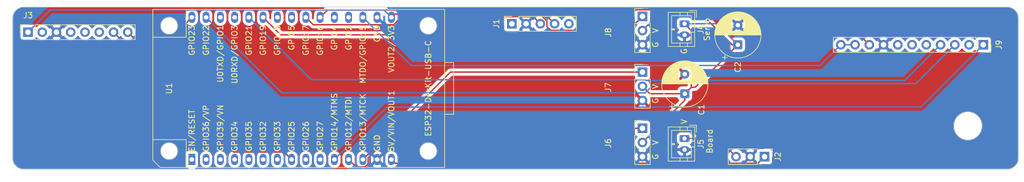
<source format=kicad_pcb>
(kicad_pcb (version 20241229) (generator "pcbnew") (generator_version "9.0")
  (title_block (title "glider") (date "2024-11-24") (rev "1"))
  (layers (0 "F.Cu" signal) (2 "B.Cu" signal) (13 "F.Paste" user) (15 "B.Paste" user) (5 "F.SilkS" user "F.Silkscreen") (7 "B.SilkS" user "B.Silkscreen") (1 "F.Mask" user) (3 "B.Mask" user) (25 "Edge.Cuts" user))
  (net 0 "")
  (net 1 "GND")
  (net 7 "/GPIO17")
  (net 8 "/5v")
  (net 9 "/GPIO16")
  (net 10 "/GPIO21")
  (net 11 "/3v3")
  (net 12 "/GPIO22")
  (net 13 "/GPIO19")
  (net 14 "/GPIO13")
  (net 15 "/GPIO12")
  (net 18 "/GPIO25")
  (net 22 "/GPIO23")
  (net 23 "/GPIO15")
  (net 31 "/GPIO14")
  (net 39 "3v7servo")
  (net 40 "3v7board")
  (footprint "Connector_PinHeader_2.54mm:PinHeader_1x03_P2.54mm_Vertical" (layer "F.Cu") (at 194.5 67.88)
    (property "Reference" "J7" (at -6.1 2.72 90) (layer "F.SilkS"))
    (property "Value" "Servo 2")
    (pad "1" thru_hole rect (at 0 0) (size 1.7 1.7) (drill 1) (layers "*.Cu" "*.Mask") (net 14 "/GPIO13"))
    (pad "2" thru_hole circle (at 0 2.54) (size 1.7 1.7) (drill 1) (layers "*.Cu" "*.Mask") (net 39 "3v7servo"))
    (pad "3" thru_hole circle (at 0 5.08) (size 1.7 1.7) (drill 1) (layers "*.Cu" "*.Mask") (net 1 "GND"))
  )
  (footprint "Capacitor_THT:CP_Radial_D8.0mm_P3.50mm" (layer "F.Cu") (at 211.5 63 90)
    (property "Reference" "C2" (at -4 0 90) (layer "F.SilkS"))
    (property "Value" "C_Polarized")
    (pad "1" thru_hole roundrect (at 0 0 90) (size 1.6 1.6) (drill 0.8) (layers "*.Cu" "*.Mask") (roundrect_rratio 0.15625) (net 39 "3v7servo"))
    (pad "2" thru_hole circle (at 3.5 0 90) (size 1.6 1.6) (drill 0.8) (layers "*.Cu" "*.Mask") (net 1 "GND"))
  )
  (footprint "Connector_PinHeader_2.54mm:PinHeader_1x03_P2.54mm_Vertical" (layer "F.Cu") (at 194.5 77.92)
    (property "Reference" "J6" (at -6.1 2.68 90) (layer "F.SilkS"))
    (property "Value" "Servo 1")
    (pad "1" thru_hole rect (at 0 0) (size 1.7 1.7) (drill 1) (layers "*.Cu" "*.Mask") (net 15 "/GPIO12"))
    (pad "2" thru_hole circle (at 0 2.54) (size 1.7 1.7) (drill 1) (layers "*.Cu" "*.Mask") (net 39 "3v7servo"))
    (pad "3" thru_hole circle (at 0 5.08) (size 1.7 1.7) (drill 1) (layers "*.Cu" "*.Mask") (net 1 "GND"))
  )
  (footprint "Connector_PinSocket_2.54mm:PinSocket_1x05_P2.54mm_Vertical" (layer "F.Cu") (at 171.22147 59.25 90)
    (property "Reference" "J1" (at 0 -2.77 90) (layer "F.SilkS"))
    (property "Value" "GT-U7 GPS")
    (pad "1" thru_hole rect (at 0 0 90) (size 1.7 1.7) (drill 1) (layers "*.Cu" "*.Mask") (net 8 "/5v"))
    (pad "2" thru_hole circle (at 0 2.54 90) (size 1.7 1.7) (drill 1) (layers "*.Cu" "*.Mask") (net 1 "GND"))
    (pad "3" thru_hole circle (at 0 5.08 90) (size 1.7 1.7) (drill 1) (layers "*.Cu" "*.Mask") (net 7 "/GPIO17"))
    (pad "4" thru_hole circle (at 0 7.62 90) (size 1.7 1.7) (drill 1) (layers "*.Cu" "*.Mask") (net 9 "/GPIO16"))
    (pad "5" thru_hole circle (at 0 10.16 90) (size 1.7 1.7) (drill 1) (layers "*.Cu" "*.Mask"))
  )
  (footprint "Connector_PinHeader_2.54mm:PinHeader_1x03_P2.54mm_Vertical" (layer "F.Cu") (at 194.5 57.92)
    (property "Reference" "J8" (at -6.1 2.88 270) (layer "F.SilkS"))
    (property "Value" "Servo 3")
    (pad "1" thru_hole rect (at 0 0) (size 1.7 1.7) (drill 1) (layers "*.Cu" "*.Mask") (net 13 "/GPIO19"))
    (pad "2" thru_hole circle (at 0 2.54) (size 1.7 1.7) (drill 1) (layers "*.Cu" "*.Mask") (net 39 "3v7servo"))
    (pad "3" thru_hole circle (at 0 5.08) (size 1.7 1.7) (drill 1) (layers "*.Cu" "*.Mask") (net 1 "GND"))
  )
  (footprint "Connector_PinSocket_2.54mm:PinSocket_1x08_P2.54mm_Vertical" (layer "F.Cu") (at 84.99 60.75 90)
    (property "Reference" "J3" (at 3 0.01 180) (layer "F.SilkS"))
    (property "Value" "LSM303DLHC1")
    (pad "1" thru_hole rect (at 0 0 90) (size 1.7 1.7) (drill 1) (layers "*.Cu" "*.Mask") (net 11 "/3v3"))
    (pad "2" thru_hole circle (at 0 2.54 90) (size 1.7 1.7) (drill 1) (layers "*.Cu" "*.Mask"))
    (pad "3" thru_hole circle (at 0 5.08 90) (size 1.7 1.7) (drill 1) (layers "*.Cu" "*.Mask") (net 1 "GND"))
    (pad "4" thru_hole circle (at 0 7.62 90) (size 1.7 1.7) (drill 1) (layers "*.Cu" "*.Mask"))
    (pad "5" thru_hole circle (at 0 10.16 90) (size 1.7 1.7) (drill 1) (layers "*.Cu" "*.Mask"))
    (pad "6" thru_hole circle (at 0 12.7 90) (size 1.7 1.7) (drill 1) (layers "*.Cu" "*.Mask"))
    (pad "7" thru_hole circle (at 0 15.24 90) (size 1.7 1.7) (drill 1) (layers "*.Cu" "*.Mask") (net 18 "/GPIO25"))
    (pad "8" thru_hole circle (at 0 17.78 90) (size 1.7 1.7) (drill 1) (layers "*.Cu" "*.Mask") (net 22 "/GPIO23"))
  )
  (footprint "Connector_JST:JST_PH_B2B-PH-K_1x02_P2.00mm_Vertical" (layer "F.Cu") (at 202 59.25 -90)
    (property "Reference" "J4" (at 1 -2.9 90) (layer "F.SilkS"))
    (property "Value" "Li-Ion Molex")
    (pad "1" thru_hole roundrect (at 0 0 270) (size 1.2 1.75) (drill 0.75) (layers "*.Cu" "*.Mask") (roundrect_rratio 0.208333) (net 39 "3v7servo"))
    (pad "2" thru_hole oval (at 2 0 270) (size 1.2 1.75) (drill 0.75) (layers "*.Cu" "*.Mask") (net 1 "GND"))
  )
  (footprint "boards:ESP32-DevKit-USB-C" (layer "F.Cu") (at 114.19 83.5 90)
    (property "Reference" "U1" (at 12.7 -4.04 90) (layer "F.SilkS"))
    (property "Value" "ESP32-DevKit-USB-C" (at 12.7 42.14 90) (layer "F.SilkS"))
    (fp_circle (center 23.9 -4.04) (end 25.4 -4.04) (stroke (width 0.1)) (fill no) (layer "Edge.Cuts"))
    (fp_circle (center 1.5 -4.04) (end 3 -4.04) (stroke (width 0.1)) (fill no) (layer "Edge.Cuts"))
    (fp_circle (center 23.9 42.14) (end 25.4 42.14) (stroke (width 0.1)) (fill no) (layer "Edge.Cuts"))
    (fp_circle (center 1.5 42.14) (end 3 42.14) (stroke (width 0.1)) (fill no) (layer "Edge.Cuts"))
    (fp_text user "GPIO39/VN" (at 1.3 5.08 90) (layer "F.SilkS") (effects (justify left)))
    (fp_text user "U0TXD/GPIO1" (at 24.1 5.08 90) (layer "F.SilkS") (effects (justify right)))
    (fp_text user "GPIO32" (at 1.3 12.7 90) (layer "F.SilkS") (effects (justify left)))
    (fp_text user "GPIO4" (at 24.1 25.4 90) (layer "F.SilkS") (effects (justify right)))
    (fp_text user "GPIO26" (at 1.3 20.32 90) (layer "F.SilkS") (effects (justify left)))
    (fp_text user "GPIO36/VP" (at 1.3 2.54 90) (layer "F.SilkS") (effects (justify left)))
    (fp_text user "GPIO33" (at 1.3 15.24 90) (layer "F.SilkS") (effects (justify left)))
    (fp_text user "GPIO13/MTCK" (at 1.3 30.48 90) (layer "F.SilkS") (effects (justify left)))
    (fp_text user "GPIO17" (at 24.1 20.32 90) (layer "F.SilkS") (effects (justify right)))
    (fp_text user "GPIO27" (at 1.3 22.86 90) (layer "F.SilkS") (effects (justify left)))
    (fp_text user "GPIO21" (at 24.1 10.16 90) (layer "F.SilkS") (effects (justify right)))
    (fp_text user "EN/RESET" (at 1.3 0 90) (layer "F.SilkS") (effects (justify left)))
    (fp_text user "GPIO14/MTMS" (at 1.3 25.4 90) (layer "F.SilkS") (effects (justify left)))
    (fp_text user "GPIO18" (at 24.1 15.24 90) (layer "F.SilkS") (effects (justify right)))
    (fp_text user "GPIO35" (at 1.3 10.16 90) (layer "F.SilkS") (effects (justify left)))
    (fp_text user "5V/VIN/VOUT1" (at 1.3 35.56 90) (layer "F.SilkS") (effects (justify left)))
    (fp_text user "GND" (at 1.3 33.02 90) (layer "F.SilkS") (effects (justify left)))
    (fp_text user "GPIO12/MTDI" (at 1.3 27.94 90) (layer "F.SilkS") (effects (justify left)))
    (fp_text user "GND" (at 24.1 33.02 90) (layer "F.SilkS") (effects (justify right)))
    (fp_text user "U0RXD/GPIO3" (at 24.1 7.62 90) (layer "F.SilkS") (effects (justify right)))
    (fp_text user "GPIO25" (at 1.3 17.78 90) (layer "F.SilkS") (effects (justify left)))
    (fp_text user "MTDO/GPIO15" (at 24.1 30.48 90) (layer "F.SilkS") (effects (justify right)))
    (fp_text user "GPIO34" (at 1.3 7.62 90) (layer "F.SilkS") (effects (justify left)))
    (fp_text user "GPIO16" (at 24.1 22.86 90) (layer "F.SilkS") (effects (justify right)))
    (fp_text user "GPIO19" (at 24.1 12.7 90) (layer "F.SilkS") (effects (justify right)))
    (fp_text user "GPIO22" (at 24.1 2.54 90) (layer "F.SilkS") (effects (justify right)))
    (fp_text user "VOUT2/3V3" (at 24.1 35.56 90) (layer "F.SilkS") (effects (justify right)))
    (fp_text user "GPIO23" (at 24.1 0 90) (layer "F.SilkS") (effects (justify right)))
    (fp_text user "GPIO2" (at 24.1 27.94 90) (layer "F.SilkS") (effects (justify right)))
    (fp_text user "GPIO5" (at 24.1 17.78 90) (layer "F.SilkS") (effects (justify right)))
    (pad "1" thru_hole rect (at 0 0) (size 1.2 2) (drill 0.8) (layers "*.Cu" "*.Mask"))
    (pad "2" thru_hole oval (at 0 2.54) (size 1.2 2) (drill 0.8) (layers "*.Cu" "*.Mask"))
    (pad "3" thru_hole oval (at 0 5.08) (size 1.2 2) (drill 0.8) (layers "*.Cu" "*.Mask"))
    (pad "4" thru_hole oval (at 0 7.62) (size 1.2 2) (drill 0.8) (layers "*.Cu" "*.Mask"))
    (pad "5" thru_hole oval (at 0 10.16) (size 1.2 2) (drill 0.8) (layers "*.Cu" "*.Mask"))
    (pad "6" thru_hole oval (at 0 12.7) (size 1.2 2) (drill 0.8) (layers "*.Cu" "*.Mask"))
    (pad "7" thru_hole oval (at 0 15.24) (size 1.2 2) (drill 0.8) (layers "*.Cu" "*.Mask"))
    (pad "8" thru_hole oval (at 0 17.78) (size 1.2 2) (drill 0.8) (layers "*.Cu" "*.Mask") (net 18 "/GPIO25"))
    (pad "9" thru_hole oval (at 0 20.32) (size 1.2 2) (drill 0.8) (layers "*.Cu" "*.Mask"))
    (pad "10" thru_hole oval (at 0 22.86) (size 1.2 2) (drill 0.8) (layers "*.Cu" "*.Mask"))
    (pad "11" thru_hole oval (at 0 25.4) (size 1.2 2) (drill 0.8) (layers "*.Cu" "*.Mask") (net 31 "/GPIO14"))
    (pad "12" thru_hole oval (at 0 27.94) (size 1.2 2) (drill 0.8) (layers "*.Cu" "*.Mask") (net 15 "/GPIO12"))
    (pad "13" thru_hole oval (at 0 30.48) (size 1.2 2) (drill 0.8) (layers "*.Cu" "*.Mask") (net 14 "/GPIO13"))
    (pad "14" thru_hole oval (at 0 33.02) (size 1.2 2) (drill 0.8) (layers "*.Cu" "*.Mask") (net 1 "GND"))
    (pad "15" thru_hole oval (at 0 35.56) (size 1.2 2) (drill 0.8) (layers "*.Cu" "*.Mask") (net 8 "/5v"))
    (pad "16" thru_hole oval (at 25.4 35.56) (size 1.2 2) (drill 0.8) (layers "*.Cu" "*.Mask") (net 11 "/3v3"))
    (pad "17" thru_hole oval (at 25.4 33.02) (size 1.2 2) (drill 0.8) (layers "*.Cu" "*.Mask") (net 1 "GND"))
    (pad "18" thru_hole oval (at 25.4 30.48) (size 1.2 2) (drill 0.8) (layers "*.Cu" "*.Mask") (net 23 "/GPIO15"))
    (pad "19" thru_hole oval (at 25.4 27.94) (size 1.2 2) (drill 0.8) (layers "*.Cu" "*.Mask"))
    (pad "20" thru_hole oval (at 25.4 25.4) (size 1.2 2) (drill 0.8) (layers "*.Cu" "*.Mask"))
    (pad "21" thru_hole oval (at 25.4 22.86) (size 1.2 2) (drill 0.8) (layers "*.Cu" "*.Mask") (net 9 "/GPIO16"))
    (pad "22" thru_hole oval (at 25.4 20.32) (size 1.2 2) (drill 0.8) (layers "*.Cu" "*.Mask") (net 7 "/GPIO17"))
    (pad "23" thru_hole oval (at 25.4 17.78) (size 1.2 2) (drill 0.8) (layers "*.Cu" "*.Mask"))
    (pad "24" thru_hole oval (at 25.4 15.24) (size 1.2 2) (drill 0.8) (layers "*.Cu" "*.Mask"))
    (pad "25" thru_hole oval (at 25.4 12.7) (size 1.2 2) (drill 0.8) (layers "*.Cu" "*.Mask") (net 13 "/GPIO19"))
    (pad "26" thru_hole oval (at 25.4 10.16) (size 1.2 2) (drill 0.8) (layers "*.Cu" "*.Mask") (net 10 "/GPIO21"))
    (pad "27" thru_hole oval (at 25.4 7.62) (size 1.2 2) (drill 0.8) (layers "*.Cu" "*.Mask"))
    (pad "28" thru_hole oval (at 25.4 5.08) (size 1.2 2) (drill 0.8) (layers "*.Cu" "*.Mask"))
    (pad "29" thru_hole oval (at 25.4 2.54) (size 1.2 2) (drill 0.8) (layers "*.Cu" "*.Mask") (net 12 "/GPIO22"))
    (pad "30" thru_hole oval (at 25.4 0) (size 1.2 2) (drill 0.8) (layers "*.Cu" "*.Mask") (net 22 "/GPIO23"))
  )
  (footprint "Connector_JST:JST_PH_B2B-PH-K_1x02_P2.00mm_Vertical" (layer "F.Cu") (at 202 79.75 -90)
    (property "Reference" "J5" (at 1 -2.9 90) (layer "F.SilkS"))
    (property "Value" "Li-Ion Molex")
    (pad "1" thru_hole roundrect (at 0 0 270) (size 1.2 1.75) (drill 0.75) (layers "*.Cu" "*.Mask") (roundrect_rratio 0.208333) (net 40 "3v7board"))
    (pad "2" thru_hole oval (at 2 0 270) (size 1.2 1.75) (drill 0.75) (layers "*.Cu" "*.Mask") (net 1 "GND"))
  )
  (footprint "Connector_PinHeader_2.54mm:PinHeader_1x03_P2.54mm_Vertical" (layer "F.Cu") (at 216.25 83 -90)
    (property "Reference" "J2" (at 0 -2.38 90) (layer "F.SilkS"))
    (property "Value" "5V buck boost")
    (pad "1" thru_hole rect (at 0 0 270) (size 1.7 1.7) (drill 1) (layers "*.Cu" "*.Mask") (net 8 "/5v"))
    (pad "2" thru_hole circle (at 0 2.54 270) (size 1.7 1.7) (drill 1) (layers "*.Cu" "*.Mask") (net 1 "GND"))
    (pad "3" thru_hole circle (at 0 5.08 270) (size 1.7 1.7) (drill 1) (layers "*.Cu" "*.Mask") (net 40 "3v7board"))
  )
  (footprint "Connector_PinSocket_2.54mm:PinSocket_1x11_P2.54mm_Vertical" (layer "F.Cu") (at 255.25 63 -90)
    (property "Reference" "J9" (at 0 -2.77 90) (layer "F.SilkS"))
    (property "Value" "Si4713_FM_transmitter")
    (pad "1" thru_hole rect (at 0 0 270) (size 1.7 1.7) (drill 1) (layers "*.Cu" "*.Mask") (net 31 "/GPIO14"))
    (pad "2" thru_hole circle (at 0 2.54 270) (size 1.7 1.7) (drill 1) (layers "*.Cu" "*.Mask"))
    (pad "3" thru_hole circle (at 0 5.08 270) (size 1.7 1.7) (drill 1) (layers "*.Cu" "*.Mask") (net 12 "/GPIO22"))
    (pad "4" thru_hole circle (at 0 7.62 270) (size 1.7 1.7) (drill 1) (layers "*.Cu" "*.Mask") (net 10 "/GPIO21"))
    (pad "5" thru_hole circle (at 0 10.16 270) (size 1.7 1.7) (drill 1) (layers "*.Cu" "*.Mask"))
    (pad "6" thru_hole circle (at 0 12.7 270) (size 1.7 1.7) (drill 1) (layers "*.Cu" "*.Mask"))
    (pad "7" thru_hole circle (at 0 15.24 270) (size 1.7 1.7) (drill 1) (layers "*.Cu" "*.Mask"))
    (pad "8" thru_hole circle (at 0 17.78 270) (size 1.7 1.7) (drill 1) (layers "*.Cu" "*.Mask") (net 1 "GND"))
    (pad "9" thru_hole circle (at 0 20.32 270) (size 1.7 1.7) (drill 1) (layers "*.Cu" "*.Mask") (net 11 "/3v3"))
    (pad "10" thru_hole circle (at 0 22.86 270) (size 1.7 1.7) (drill 1) (layers "*.Cu" "*.Mask") (net 23 "/GPIO15"))
    (pad "11" thru_hole circle (at 0 25.4 270) (size 1.7 1.7) (drill 1) (layers "*.Cu" "*.Mask") (net 23 "/GPIO15"))
  )
  (footprint "Capacitor_THT:CP_Radial_D8.0mm_P3.50mm" (layer "F.Cu") (at 202.05 71.75 90)
    (property "Reference" "C1" (at -2.85 2.95 90) (layer "F.SilkS"))
    (property "Value" "C_Polarized")
    (pad "1" thru_hole roundrect (at 0 0 90) (size 1.6 1.6) (drill 0.8) (layers "*.Cu" "*.Mask") (roundrect_rratio 0.15625) (net 39 "3v7servo"))
    (pad "2" thru_hole circle (at 3.5 0 90) (size 1.6 1.6) (drill 0.8) (layers "*.Cu" "*.Mask") (net 1 "GND"))
  )
  (gr_line (start 259.5 85.25) (end 84.25 85.25) (stroke (width 0.1)) (layer "Edge.Cuts"))
  (gr_circle (center 252.5 77.5) (end 255 77.5) (stroke (width 0.1)) (fill no) (layer "Edge.Cuts"))
  (gr_line (start 82.25 83.25) (end 82.25 58.25) (stroke (width 0.1)) (layer "Edge.Cuts"))
  (gr_arc (start 259.5 56.25) (mid 260.914214 56.835786) (end 261.5 58.25) (stroke (width 0.1)) (layer "Edge.Cuts"))
  (gr_arc (start 261.5 83.25) (mid 260.914214 84.664214) (end 259.5 85.25) (stroke (width 0.1)) (layer "Edge.Cuts"))
  (gr_arc (start 82.25 58.25) (mid 82.835786 56.835786) (end 84.25 56.25) (stroke (width 0.1)) (layer "Edge.Cuts"))
  (gr_line (start 261.5 58.25) (end 261.5 83.25) (stroke (width 0.1)) (layer "Edge.Cuts"))
  (gr_line (start 84.25 56.25) (end 259.5 56.25) (stroke (width 0.1)) (layer "Edge.Cuts"))
  (gr_arc (start 84.25 85.25) (mid 82.835786 84.664214) (end 82.25 83.25) (stroke (width 0.1)) (layer "Edge.Cuts"))
  (gr_text "G" (at 197.4 73.6 90) (layer "F.SilkS") (effects (font (size 1 1)) (justify left bottom)))
  (gr_text "G" (at 197.4 83.6 90) (layer "F.SilkS") (effects (font (size 1 1)) (justify left bottom)))
  (gr_text "Board" (at 206.5 80.25 90) (layer "F.SilkS") (effects (font (size 1 1))))
  (gr_text "V" (at 197.4 71 90) (layer "F.SilkS") (effects (font (size 1 1)) (justify left bottom)))
  (gr_text "G" (at 202.5 64.75 90) (layer "F.SilkS") (effects (font (size 1 1)) (justify left bottom)))
  (gr_text "G" (at 197.4 63.6 90) (layer "F.SilkS") (effects (font (size 1 1)) (justify left bottom)))
  (gr_text "V" (at 197.4 81 90) (layer "F.SilkS") (effects (font (size 1 1)) (justify left bottom)))
  (gr_text "V" (at 197.4 61 90) (layer "F.SilkS") (effects (font (size 1 1)) (justify left bottom)))
  (gr_text "Servo" (at 206 60.25 90) (layer "F.SilkS") (effects (font (size 1 1))))
  (gr_text "V" (at 202.5 77.25 90) (layer "F.SilkS") (effects (font (size 1 1)) (justify left bottom)))
  (segment (start 150.133562 59.426) (end 135.836 59.426) (width 0.25) (layer "F.Cu") (net 7))
  (segment (start 176.30147 59.25) (end 175.02547 57.974) (width 0.25) (layer "F.Cu") (net 7))
  (segment (start 175.02547 57.974) (end 151.585562 57.974) (width 0.25) (layer "F.Cu") (net 7))
  (segment (start 151.585562 57.974) (end 150.133562 59.426) (width 0.25) (layer "F.Cu") (net 7))
  (segment (start 135.836 59.426) (end 134.51 58.1) (width 0.25) (layer "F.Cu") (net 7))
  (segment (start 216.25 83) (end 215.074 84.176) (width 0.25) (layer "F.Cu") (net 8))
  (segment (start 215.074 84.176) (end 150.426 84.176) (width 0.25) (layer "F.Cu") (net 8))
  (segment (start 150.426 84.176) (end 149.75 83.5) (width 0.25) (layer "F.Cu") (net 8))
  (segment (start 138.376 56.774) (end 137.05 58.1) (width 0.25) (layer "F.Cu") (net 9))
  (segment (start 178.84147 59.25) (end 176.36547 56.774) (width 0.25) (layer "F.Cu") (net 9))
  (segment (start 176.36547 56.774) (end 138.376 56.774) (width 0.25) (layer "F.Cu") (net 9))
  (segment (start 178.65 59.25) (end 178.6 59.2) (width 0.25) (layer "B.Cu") (net 9))
  (segment (start 178.84147 59.25) (end 178.65 59.25) (width 0.25) (layer "B.Cu") (net 9))
  (segment (start 194.987116 69.244) (end 135.494 69.244) (width 0.25) (layer "B.Cu") (net 10))
  (segment (start 247.63 63) (end 241.254 69.376) (width 0.25) (layer "B.Cu") (net 10))
  (segment (start 195.119116 69.376) (end 194.987116 69.244) (width 0.25) (layer "B.Cu") (net 10))
  (segment (start 135.494 69.244) (end 124.35 58.1) (width 0.25) (layer "B.Cu") (net 10))
  (segment (start 241.254 69.376) (end 195.119116 69.376) (width 0.25) (layer "B.Cu") (net 10))
  (segment (start 193.324 56.744) (end 189.642 60.426) (width 0.25) (layer "F.Cu") (net 11))
  (segment (start 177.47747 58.762884) (end 176.237586 57.523) (width 0.25) (layer "F.Cu") (net 11))
  (segment (start 234.93 63) (end 228.674 56.744) (width 0.25) (layer "F.Cu") (net 11))
  (segment (start 176.237586 57.523) (end 150.327 57.523) (width 0.25) (layer "F.Cu") (net 11))
  (segment (start 189.642 60.426) (end 178.166354 60.426) (width 0.25) (layer "F.Cu") (net 11))
  (segment (start 177.47747 59.737116) (end 177.47747 58.762884) (width 0.25) (layer "F.Cu") (net 11))
  (segment (start 150.327 57.523) (end 149.75 58.1) (width 0.25) (layer "F.Cu") (net 11))
  (segment (start 178.166354 60.426) (end 177.47747 59.737116) (width 0.25) (layer "F.Cu") (net 11))
  (segment (start 228.674 56.744) (end 193.324 56.744) (width 0.25) (layer "F.Cu") (net 11))
  (segment (start 88.966 56.774) (end 148.424 56.774) (width 0.25) (layer "B.Cu") (net 11))
  (segment (start 84.99 60.75) (end 88.966 56.774) (width 0.25) (layer "B.Cu") (net 11))
  (segment (start 148.424 56.774) (end 149.75 58.1) (width 0.25) (layer "B.Cu") (net 11))
  (segment (start 196.650232 69.932884) (end 194.987116 71.596) (width 0.25) (layer "B.Cu") (net 12))
  (segment (start 130.226 71.596) (end 116.73 58.1) (width 0.25) (layer "B.Cu") (net 12))
  (segment (start 194.987116 71.596) (end 130.226 71.596) (width 0.25) (layer "B.Cu") (net 12))
  (segment (start 250.17 63) (end 243.237116 69.932884) (width 0.25) (layer "B.Cu") (net 12))
  (segment (start 243.237116 69.932884) (end 196.650232 69.932884) (width 0.25) (layer "B.Cu") (net 12))
  (segment (start 191.194 61.226) (end 130.016 61.226) (width 0.25) (layer "F.Cu") (net 13))
  (segment (start 194.5 57.92) (end 191.194 61.226) (width 0.25) (layer "F.Cu") (net 13))
  (segment (start 130.016 61.226) (end 126.89 58.1) (width 0.25) (layer "F.Cu") (net 13))
  (segment (start 160.29 67.88) (end 144.67 83.5) (width 0.25) (layer "F.Cu") (net 14))
  (segment (start 194.5 67.88) (end 160.29 67.88) (width 0.25) (layer "F.Cu") (net 14))
  (segment (start 145.596 84.283562) (end 145.053562 84.826) (width 0.25) (layer "F.Cu") (net 15))
  (segment (start 143.456 84.826) (end 142.13 83.5) (width 0.25) (layer "F.Cu") (net 15))
  (segment (start 194.5 77.92) (end 150.88781 77.92) (width 0.25) (layer "F.Cu") (net 15))
  (segment (start 145.596 83.21181) (end 145.596 84.283562) (width 0.25) (layer "F.Cu") (net 15))
  (segment (start 150.88781 77.92) (end 145.596 83.21181) (width 0.25) (layer "F.Cu") (net 15))
  (segment (start 145.053562 84.826) (end 143.456 84.826) (width 0.25) (layer "F.Cu") (net 15))
  (segment (start 130.644 82.174) (end 121.654 82.174) (width 0.25) (layer "F.Cu") (net 18))
  (segment (start 121.654 82.174) (end 100.23 60.75) (width 0.25) (layer "F.Cu") (net 18))
  (segment (start 131.97 83.5) (end 130.644 82.174) (width 0.25) (layer "F.Cu") (net 18))
  (segment (start 102.77 60.75) (end 103.62 61.6) (width 0.25) (layer "F.Cu") (net 22))
  (segment (start 110.69 61.6) (end 114.19 58.1) (width 0.25) (layer "F.Cu") (net 22))
  (segment (start 103.62 61.6) (end 110.69 61.6) (width 0.25) (layer "F.Cu") (net 22))
  (segment (start 229.85 63) (end 226.146 66.704) (width 0.25) (layer "B.Cu") (net 23))
  (segment (start 226.146 66.704) (end 153.274 66.704) (width 0.25) (layer "B.Cu") (net 23))
  (segment (start 232.39 63) (end 229.85 63) (width 0.25) (layer "B.Cu") (net 23))
  (segment (start 153.274 66.704) (end 144.67 58.1) (width 0.25) (layer "B.Cu") (net 23))
  (segment (start 255.25 63) (end 244.114 74.136) (width 0.25) (layer "B.Cu") (net 31))
  (segment (start 244.114 74.136) (end 148.954 74.136) (width 0.25) (layer "B.Cu") (net 31))
  (segment (start 148.954 74.136) (end 139.59 83.5) (width 0.25) (layer "B.Cu") (net 31))
  (segment (start 202.05 71.75) (end 195.83 71.75) (width 0.25) (layer "F.Cu") (net 39))
  (segment (start 203.201 70.599) (end 202.05 71.75) (width 0.25) (layer "F.Cu") (net 39))
  (segment (start 210.5 63) (end 211.5 63) (width 0.25) (layer "F.Cu") (net 39))
  (segment (start 195.83 71.75) (end 194.5 70.42) (width 0.25) (layer "F.Cu") (net 39))
  (segment (start 211.5 63) (end 203.901 70.599) (width 0.25) (layer "F.Cu") (net 39))
  (segment (start 202.05 72.91) (end 194.5 80.46) (width 0.25) (layer "F.Cu") (net 39))
  (segment (start 202.05 71.75) (end 202.05 72.91) (width 0.25) (layer "F.Cu") (net 39))
  (segment (start 202 59.25) (end 203.201 60.451) (width 0.25) (layer "F.Cu") (net 39))
  (segment (start 203.901 70.599) (end 203.201 70.599) (width 0.25) (layer "F.Cu") (net 39))
  (segment (start 203.201 60.451) (end 203.201 70.599) (width 0.25) (layer "F.Cu") (net 39))
  (segment (start 197.21 57.75) (end 205.25 57.75) (width 0.25) (layer "F.Cu") (net 39))
  (segment (start 194.5 60.46) (end 197.21 57.75) (width 0.25) (layer "F.Cu") (net 39))
  (segment (start 205.25 57.75) (end 210.5 63) (width 0.25) (layer "F.Cu") (net 39))
  (segment (start 202 59.25) (end 207.75 59.25) (width 0.25) (layer "B.Cu") (net 39))
  (segment (start 207.75 59.25) (end 211.5 63) (width 0.25) (layer "B.Cu") (net 39))
  (segment (start 207.92 79.75) (end 211.17 83) (width 0.25) (layer "F.Cu") (net 40))
  (segment (start 202 79.75) (end 207.92 79.75) (width 0.25) (layer "F.Cu") (net 40))
  (zone (net 1) (net_name "GND") (layer "F.Cu") (priority 1) (connect_pads (clearance 0.508)) (min_thickness 0.25) (fill yes (thermal_gap 0.5) (thermal_bridge_width 0.5))
    (polygon (pts (xy 262.5 55) (xy 262.5 87.5) (xy 80 87.5) (xy 80 55)))
  )
  (zone (net 1) (net_name "GND") (layer "B.Cu") (connect_pads (clearance 0.508)) (min_thickness 0.25) (fill yes (thermal_gap 0.5) (thermal_bridge_width 0.5))
    (polygon (pts (xy 262.5 55) (xy 262.5 87.5) (xy 80 87.5) (xy 80 55)))
  )
)
</source>
